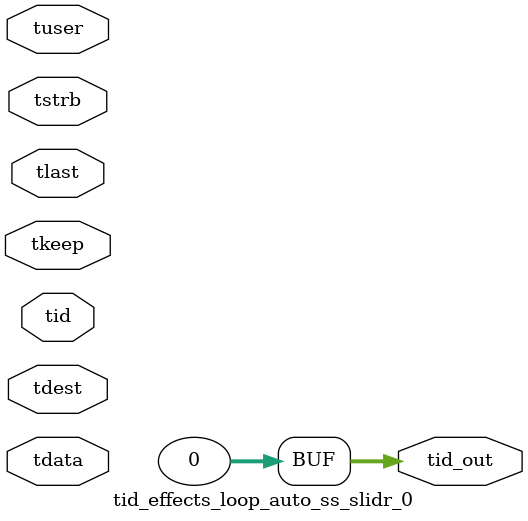
<source format=v>


`timescale 1ps/1ps

module tid_effects_loop_auto_ss_slidr_0 #
(
parameter C_S_AXIS_TID_WIDTH   = 1,
parameter C_S_AXIS_TUSER_WIDTH = 0,
parameter C_S_AXIS_TDATA_WIDTH = 0,
parameter C_S_AXIS_TDEST_WIDTH = 0,
parameter C_M_AXIS_TID_WIDTH   = 32
)
(
input  [(C_S_AXIS_TID_WIDTH   == 0 ? 1 : C_S_AXIS_TID_WIDTH)-1:0       ] tid,
input  [(C_S_AXIS_TDATA_WIDTH == 0 ? 1 : C_S_AXIS_TDATA_WIDTH)-1:0     ] tdata,
input  [(C_S_AXIS_TUSER_WIDTH == 0 ? 1 : C_S_AXIS_TUSER_WIDTH)-1:0     ] tuser,
input  [(C_S_AXIS_TDEST_WIDTH == 0 ? 1 : C_S_AXIS_TDEST_WIDTH)-1:0     ] tdest,
input  [(C_S_AXIS_TDATA_WIDTH/8)-1:0 ] tkeep,
input  [(C_S_AXIS_TDATA_WIDTH/8)-1:0 ] tstrb,
input                                                                    tlast,
output [(C_M_AXIS_TID_WIDTH   == 0 ? 1 : C_M_AXIS_TID_WIDTH)-1:0       ] tid_out
);

assign tid_out = {8'b00000000};

endmodule


</source>
